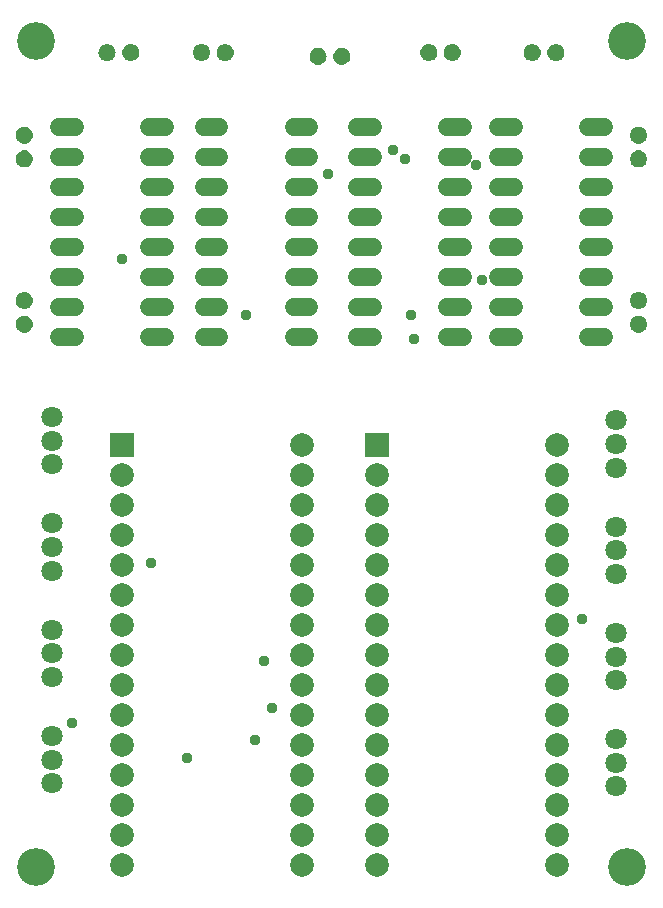
<source format=gbr>
G04 EAGLE Gerber RS-274X export*
G75*
%MOMM*%
%FSLAX34Y34*%
%LPD*%
%INSoldermask Bottom*%
%IPPOS*%
%AMOC8*
5,1,8,0,0,1.08239X$1,22.5*%
G01*
G04 Define Apertures*
%ADD10C,3.203200*%
%ADD11R,2.003200X2.003200*%
%ADD12C,2.003200*%
%ADD13C,1.524000*%
%ADD14C,1.803200*%
%ADD15C,0.959600*%
G36*
X47101Y511436D02*
X47242Y510026D01*
X47106Y508611D01*
X46696Y507249D01*
X46028Y505993D01*
X45127Y504892D01*
X44030Y503988D01*
X42777Y503315D01*
X41416Y502900D01*
X40001Y502758D01*
X38587Y502897D01*
X37228Y503309D01*
X35976Y503978D01*
X34879Y504879D01*
X33978Y505976D01*
X33309Y507228D01*
X32897Y508587D01*
X32758Y510000D01*
X32897Y511413D01*
X33309Y512771D01*
X33978Y514024D01*
X34879Y515121D01*
X35977Y516022D01*
X37229Y516691D01*
X38587Y517103D01*
X39999Y517242D01*
X41409Y517107D01*
X42767Y516698D01*
X44019Y516033D01*
X45116Y515136D01*
X46018Y514041D01*
X46688Y512792D01*
X47101Y511436D01*
G37*
G36*
X47101Y531436D02*
X47242Y530026D01*
X47106Y528611D01*
X46696Y527249D01*
X46028Y525993D01*
X45127Y524892D01*
X44030Y523988D01*
X42777Y523315D01*
X41416Y522900D01*
X40001Y522758D01*
X38587Y522897D01*
X37228Y523309D01*
X35976Y523978D01*
X34879Y524879D01*
X33978Y525976D01*
X33309Y527228D01*
X32897Y528587D01*
X32758Y530000D01*
X32897Y531413D01*
X33309Y532771D01*
X33978Y534024D01*
X34879Y535121D01*
X35977Y536022D01*
X37229Y536691D01*
X38587Y537103D01*
X39999Y537242D01*
X41409Y537107D01*
X42767Y536698D01*
X44019Y536033D01*
X45116Y535136D01*
X46018Y534041D01*
X46688Y532792D01*
X47101Y531436D01*
G37*
G36*
X47101Y651436D02*
X47242Y650026D01*
X47106Y648611D01*
X46696Y647249D01*
X46028Y645993D01*
X45127Y644892D01*
X44030Y643988D01*
X42777Y643315D01*
X41416Y642900D01*
X40001Y642758D01*
X38587Y642897D01*
X37228Y643309D01*
X35976Y643978D01*
X34879Y644879D01*
X33978Y645976D01*
X33309Y647228D01*
X32897Y648587D01*
X32758Y650000D01*
X32897Y651413D01*
X33309Y652771D01*
X33978Y654024D01*
X34879Y655121D01*
X35977Y656022D01*
X37229Y656691D01*
X38587Y657103D01*
X39999Y657242D01*
X41409Y657107D01*
X42767Y656698D01*
X44019Y656033D01*
X45116Y655136D01*
X46018Y654041D01*
X46688Y652792D01*
X47101Y651436D01*
G37*
G36*
X47101Y671436D02*
X47242Y670026D01*
X47106Y668611D01*
X46696Y667249D01*
X46028Y665993D01*
X45127Y664892D01*
X44030Y663988D01*
X42777Y663315D01*
X41416Y662900D01*
X40001Y662758D01*
X38587Y662897D01*
X37228Y663309D01*
X35976Y663978D01*
X34879Y664879D01*
X33978Y665976D01*
X33309Y667228D01*
X32897Y668587D01*
X32758Y670000D01*
X32897Y671413D01*
X33309Y672771D01*
X33978Y674024D01*
X34879Y675121D01*
X35977Y676022D01*
X37229Y676691D01*
X38587Y677103D01*
X39999Y677242D01*
X41409Y677107D01*
X42767Y676698D01*
X44019Y676033D01*
X45116Y675136D01*
X46018Y674041D01*
X46688Y672792D01*
X47101Y671436D01*
G37*
G36*
X111436Y732899D02*
X110026Y732758D01*
X108611Y732894D01*
X107249Y733304D01*
X105993Y733972D01*
X104892Y734873D01*
X103988Y735970D01*
X103315Y737223D01*
X102900Y738584D01*
X102758Y739999D01*
X102897Y741413D01*
X103309Y742772D01*
X103978Y744024D01*
X104879Y745121D01*
X105976Y746022D01*
X107228Y746691D01*
X108587Y747103D01*
X110000Y747242D01*
X111413Y747103D01*
X112771Y746691D01*
X114024Y746022D01*
X115121Y745121D01*
X116022Y744024D01*
X116691Y742771D01*
X117103Y741413D01*
X117242Y740001D01*
X117107Y738591D01*
X116698Y737233D01*
X116033Y735981D01*
X115136Y734884D01*
X114041Y733983D01*
X112792Y733312D01*
X111436Y732899D01*
G37*
G36*
X131436Y732899D02*
X130026Y732758D01*
X128611Y732894D01*
X127249Y733304D01*
X125993Y733972D01*
X124892Y734873D01*
X123988Y735970D01*
X123315Y737223D01*
X122900Y738584D01*
X122758Y739999D01*
X122897Y741413D01*
X123309Y742772D01*
X123978Y744024D01*
X124879Y745121D01*
X125976Y746022D01*
X127228Y746691D01*
X128587Y747103D01*
X130000Y747242D01*
X131413Y747103D01*
X132771Y746691D01*
X134024Y746022D01*
X135121Y745121D01*
X136022Y744024D01*
X136691Y742771D01*
X137103Y741413D01*
X137242Y740001D01*
X137107Y738591D01*
X136698Y737233D01*
X136033Y735981D01*
X135136Y734884D01*
X134041Y733983D01*
X132792Y733312D01*
X131436Y732899D01*
G37*
G36*
X191436Y732899D02*
X190026Y732758D01*
X188611Y732894D01*
X187249Y733304D01*
X185993Y733972D01*
X184892Y734873D01*
X183988Y735970D01*
X183315Y737223D01*
X182900Y738584D01*
X182758Y739999D01*
X182897Y741413D01*
X183309Y742772D01*
X183978Y744024D01*
X184879Y745121D01*
X185976Y746022D01*
X187228Y746691D01*
X188587Y747103D01*
X190000Y747242D01*
X191413Y747103D01*
X192771Y746691D01*
X194024Y746022D01*
X195121Y745121D01*
X196022Y744024D01*
X196691Y742771D01*
X197103Y741413D01*
X197242Y740001D01*
X197107Y738591D01*
X196698Y737233D01*
X196033Y735981D01*
X195136Y734884D01*
X194041Y733983D01*
X192792Y733312D01*
X191436Y732899D01*
G37*
G36*
X211436Y732899D02*
X210026Y732758D01*
X208611Y732894D01*
X207249Y733304D01*
X205993Y733972D01*
X204892Y734873D01*
X203988Y735970D01*
X203315Y737223D01*
X202900Y738584D01*
X202758Y739999D01*
X202897Y741413D01*
X203309Y742772D01*
X203978Y744024D01*
X204879Y745121D01*
X205976Y746022D01*
X207228Y746691D01*
X208587Y747103D01*
X210000Y747242D01*
X211413Y747103D01*
X212771Y746691D01*
X214024Y746022D01*
X215121Y745121D01*
X216022Y744024D01*
X216691Y742771D01*
X217103Y741413D01*
X217242Y740001D01*
X217107Y738591D01*
X216698Y737233D01*
X216033Y735981D01*
X215136Y734884D01*
X214041Y733983D01*
X212792Y733312D01*
X211436Y732899D01*
G37*
G36*
X290136Y729699D02*
X288726Y729558D01*
X287311Y729694D01*
X285949Y730104D01*
X284693Y730772D01*
X283592Y731673D01*
X282688Y732770D01*
X282015Y734023D01*
X281600Y735384D01*
X281458Y736799D01*
X281597Y738213D01*
X282009Y739572D01*
X282678Y740824D01*
X283579Y741921D01*
X284676Y742822D01*
X285928Y743491D01*
X287287Y743903D01*
X288700Y744042D01*
X290113Y743903D01*
X291471Y743491D01*
X292724Y742822D01*
X293821Y741921D01*
X294722Y740824D01*
X295391Y739571D01*
X295803Y738213D01*
X295942Y736801D01*
X295807Y735391D01*
X295398Y734033D01*
X294733Y732781D01*
X293836Y731684D01*
X292741Y730783D01*
X291492Y730112D01*
X290136Y729699D01*
G37*
G36*
X310136Y729699D02*
X308726Y729558D01*
X307311Y729694D01*
X305949Y730104D01*
X304693Y730772D01*
X303592Y731673D01*
X302688Y732770D01*
X302015Y734023D01*
X301600Y735384D01*
X301458Y736799D01*
X301597Y738213D01*
X302009Y739572D01*
X302678Y740824D01*
X303579Y741921D01*
X304676Y742822D01*
X305928Y743491D01*
X307287Y743903D01*
X308700Y744042D01*
X310113Y743903D01*
X311471Y743491D01*
X312724Y742822D01*
X313821Y741921D01*
X314722Y740824D01*
X315391Y739571D01*
X315803Y738213D01*
X315942Y736801D01*
X315807Y735391D01*
X315398Y734033D01*
X314733Y732781D01*
X313836Y731684D01*
X312741Y730783D01*
X311492Y730112D01*
X310136Y729699D01*
G37*
G36*
X383835Y732899D02*
X382425Y732758D01*
X381010Y732894D01*
X379648Y733304D01*
X378392Y733972D01*
X377291Y734873D01*
X376387Y735970D01*
X375714Y737223D01*
X375299Y738584D01*
X375157Y739999D01*
X375296Y741413D01*
X375708Y742772D01*
X376377Y744024D01*
X377278Y745121D01*
X378375Y746022D01*
X379627Y746691D01*
X380986Y747103D01*
X382399Y747242D01*
X383812Y747103D01*
X385170Y746691D01*
X386423Y746022D01*
X387520Y745121D01*
X388421Y744024D01*
X389090Y742771D01*
X389502Y741413D01*
X389641Y740001D01*
X389506Y738591D01*
X389097Y737233D01*
X388432Y735981D01*
X387535Y734884D01*
X386440Y733983D01*
X385191Y733312D01*
X383835Y732899D01*
G37*
G36*
X403835Y732899D02*
X402425Y732758D01*
X401010Y732894D01*
X399648Y733304D01*
X398392Y733972D01*
X397291Y734873D01*
X396387Y735970D01*
X395714Y737223D01*
X395299Y738584D01*
X395157Y739999D01*
X395296Y741413D01*
X395708Y742772D01*
X396377Y744024D01*
X397278Y745121D01*
X398375Y746022D01*
X399627Y746691D01*
X400986Y747103D01*
X402399Y747242D01*
X403812Y747103D01*
X405170Y746691D01*
X406423Y746022D01*
X407520Y745121D01*
X408421Y744024D01*
X409090Y742771D01*
X409502Y741413D01*
X409641Y740001D01*
X409506Y738591D01*
X409097Y737233D01*
X408432Y735981D01*
X407535Y734884D01*
X406440Y733983D01*
X405191Y733312D01*
X403835Y732899D01*
G37*
G36*
X471436Y732899D02*
X470026Y732758D01*
X468611Y732894D01*
X467249Y733304D01*
X465993Y733972D01*
X464892Y734873D01*
X463988Y735970D01*
X463315Y737223D01*
X462900Y738584D01*
X462758Y739999D01*
X462897Y741413D01*
X463309Y742772D01*
X463978Y744024D01*
X464879Y745121D01*
X465976Y746022D01*
X467228Y746691D01*
X468587Y747103D01*
X470000Y747242D01*
X471413Y747103D01*
X472771Y746691D01*
X474024Y746022D01*
X475121Y745121D01*
X476022Y744024D01*
X476691Y742771D01*
X477103Y741413D01*
X477242Y740001D01*
X477107Y738591D01*
X476698Y737233D01*
X476033Y735981D01*
X475136Y734884D01*
X474041Y733983D01*
X472792Y733312D01*
X471436Y732899D01*
G37*
G36*
X491436Y732899D02*
X490026Y732758D01*
X488611Y732894D01*
X487249Y733304D01*
X485993Y733972D01*
X484892Y734873D01*
X483988Y735970D01*
X483315Y737223D01*
X482900Y738584D01*
X482758Y739999D01*
X482897Y741413D01*
X483309Y742772D01*
X483978Y744024D01*
X484879Y745121D01*
X485976Y746022D01*
X487228Y746691D01*
X488587Y747103D01*
X490000Y747242D01*
X491413Y747103D01*
X492771Y746691D01*
X494024Y746022D01*
X495121Y745121D01*
X496022Y744024D01*
X496691Y742771D01*
X497103Y741413D01*
X497242Y740001D01*
X497107Y738591D01*
X496698Y737233D01*
X496033Y735981D01*
X495136Y734884D01*
X494041Y733983D01*
X492792Y733312D01*
X491436Y732899D01*
G37*
G36*
X552899Y508564D02*
X552758Y509974D01*
X552894Y511389D01*
X553304Y512751D01*
X553972Y514007D01*
X554873Y515108D01*
X555970Y516012D01*
X557223Y516685D01*
X558584Y517100D01*
X559999Y517242D01*
X561413Y517103D01*
X562772Y516691D01*
X564024Y516022D01*
X565121Y515121D01*
X566022Y514024D01*
X566691Y512772D01*
X567103Y511413D01*
X567242Y510000D01*
X567103Y508587D01*
X566691Y507229D01*
X566022Y505977D01*
X565121Y504879D01*
X564024Y503978D01*
X562771Y503309D01*
X561413Y502897D01*
X560001Y502758D01*
X558591Y502893D01*
X557233Y503302D01*
X555981Y503967D01*
X554884Y504864D01*
X553983Y505959D01*
X553312Y507208D01*
X552899Y508564D01*
G37*
G36*
X552899Y528564D02*
X552758Y529974D01*
X552894Y531389D01*
X553304Y532751D01*
X553972Y534007D01*
X554873Y535108D01*
X555970Y536012D01*
X557223Y536685D01*
X558584Y537100D01*
X559999Y537242D01*
X561413Y537103D01*
X562772Y536691D01*
X564024Y536022D01*
X565121Y535121D01*
X566022Y534024D01*
X566691Y532772D01*
X567103Y531413D01*
X567242Y530000D01*
X567103Y528587D01*
X566691Y527229D01*
X566022Y525977D01*
X565121Y524879D01*
X564024Y523978D01*
X562771Y523309D01*
X561413Y522897D01*
X560001Y522758D01*
X558591Y522893D01*
X557233Y523302D01*
X555981Y523967D01*
X554884Y524864D01*
X553983Y525959D01*
X553312Y527208D01*
X552899Y528564D01*
G37*
G36*
X552899Y648564D02*
X552758Y649974D01*
X552894Y651389D01*
X553304Y652751D01*
X553972Y654007D01*
X554873Y655108D01*
X555970Y656012D01*
X557223Y656685D01*
X558584Y657100D01*
X559999Y657242D01*
X561413Y657103D01*
X562772Y656691D01*
X564024Y656022D01*
X565121Y655121D01*
X566022Y654024D01*
X566691Y652772D01*
X567103Y651413D01*
X567242Y650000D01*
X567103Y648587D01*
X566691Y647229D01*
X566022Y645977D01*
X565121Y644879D01*
X564024Y643978D01*
X562771Y643309D01*
X561413Y642897D01*
X560001Y642758D01*
X558591Y642893D01*
X557233Y643302D01*
X555981Y643967D01*
X554884Y644864D01*
X553983Y645959D01*
X553312Y647208D01*
X552899Y648564D01*
G37*
G36*
X552899Y668564D02*
X552758Y669974D01*
X552894Y671389D01*
X553304Y672751D01*
X553972Y674007D01*
X554873Y675108D01*
X555970Y676012D01*
X557223Y676685D01*
X558584Y677100D01*
X559999Y677242D01*
X561413Y677103D01*
X562772Y676691D01*
X564024Y676022D01*
X565121Y675121D01*
X566022Y674024D01*
X566691Y672772D01*
X567103Y671413D01*
X567242Y670000D01*
X567103Y668587D01*
X566691Y667229D01*
X566022Y665977D01*
X565121Y664879D01*
X564024Y663978D01*
X562771Y663309D01*
X561413Y662897D01*
X560001Y662758D01*
X558591Y662893D01*
X557233Y663302D01*
X555981Y663967D01*
X554884Y664864D01*
X553983Y665959D01*
X553312Y667208D01*
X552899Y668564D01*
G37*
D10*
X550000Y750000D03*
X50000Y750000D03*
X50000Y50000D03*
X550000Y50000D03*
D11*
X122400Y407400D03*
D12*
X122400Y382000D03*
X122400Y356600D03*
X122400Y331200D03*
X122400Y305800D03*
X122400Y280400D03*
X122400Y255000D03*
X122400Y229600D03*
X122400Y204200D03*
X122400Y178800D03*
X122400Y153400D03*
X122400Y128000D03*
X122400Y102600D03*
X122400Y77200D03*
X122400Y51800D03*
X274800Y51800D03*
X274800Y77200D03*
X274800Y102600D03*
X274800Y128000D03*
X274800Y153400D03*
X274800Y178800D03*
X274800Y204200D03*
X274800Y229600D03*
X274800Y255000D03*
X274800Y280400D03*
X274800Y305800D03*
X274800Y331200D03*
X274800Y356600D03*
X274800Y382000D03*
X274800Y407400D03*
D13*
X159004Y499000D02*
X145796Y499000D01*
X145796Y524400D02*
X159004Y524400D01*
X159004Y651400D02*
X145796Y651400D01*
X145796Y676800D02*
X159004Y676800D01*
X159004Y549800D02*
X145796Y549800D01*
X145796Y575200D02*
X159004Y575200D01*
X159004Y626000D02*
X145796Y626000D01*
X145796Y600600D02*
X159004Y600600D01*
X82804Y676800D02*
X69596Y676800D01*
X69596Y651400D02*
X82804Y651400D01*
X82804Y626000D02*
X69596Y626000D01*
X69596Y600600D02*
X82804Y600600D01*
X82804Y575200D02*
X69596Y575200D01*
X69596Y549800D02*
X82804Y549800D01*
X82804Y524400D02*
X69596Y524400D01*
X69596Y499000D02*
X82804Y499000D01*
X268196Y499000D02*
X281404Y499000D01*
X281404Y524400D02*
X268196Y524400D01*
X268196Y651400D02*
X281404Y651400D01*
X281404Y676800D02*
X268196Y676800D01*
X268196Y549800D02*
X281404Y549800D01*
X281404Y575200D02*
X268196Y575200D01*
X268196Y626000D02*
X281404Y626000D01*
X281404Y600600D02*
X268196Y600600D01*
X205204Y676800D02*
X191996Y676800D01*
X191996Y651400D02*
X205204Y651400D01*
X205204Y626000D02*
X191996Y626000D01*
X191996Y600600D02*
X205204Y600600D01*
X205204Y575200D02*
X191996Y575200D01*
X191996Y549800D02*
X205204Y549800D01*
X205204Y524400D02*
X191996Y524400D01*
X191996Y499000D02*
X205204Y499000D01*
D14*
X63150Y121400D03*
X63150Y141400D03*
X63150Y161400D03*
X63150Y211400D03*
X63150Y231400D03*
X63150Y251400D03*
X63150Y301400D03*
X63150Y321400D03*
X63150Y341400D03*
X63150Y391400D03*
X63150Y411400D03*
X63150Y431400D03*
D11*
X338300Y407400D03*
D12*
X338300Y382000D03*
X338300Y356600D03*
X338300Y331200D03*
X338300Y305800D03*
X338300Y280400D03*
X338300Y255000D03*
X338300Y229600D03*
X338300Y204200D03*
X338300Y178800D03*
X338300Y153400D03*
X338300Y128000D03*
X338300Y102600D03*
X338300Y77200D03*
X338300Y51800D03*
X490700Y51800D03*
X490700Y77200D03*
X490700Y102600D03*
X490700Y128000D03*
X490700Y153400D03*
X490700Y178800D03*
X490700Y204200D03*
X490700Y229600D03*
X490700Y255000D03*
X490700Y280400D03*
X490700Y305800D03*
X490700Y331200D03*
X490700Y356600D03*
X490700Y382000D03*
X490700Y407400D03*
D13*
X411104Y499000D02*
X397896Y499000D01*
X397896Y524400D02*
X411104Y524400D01*
X411104Y651400D02*
X397896Y651400D01*
X397896Y676800D02*
X411104Y676800D01*
X411104Y549800D02*
X397896Y549800D01*
X397896Y575200D02*
X411104Y575200D01*
X411104Y626000D02*
X397896Y626000D01*
X397896Y600600D02*
X411104Y600600D01*
X334904Y676800D02*
X321696Y676800D01*
X321696Y651400D02*
X334904Y651400D01*
X334904Y626000D02*
X321696Y626000D01*
X321696Y600600D02*
X334904Y600600D01*
X334904Y575200D02*
X321696Y575200D01*
X321696Y549800D02*
X334904Y549800D01*
X334904Y524400D02*
X321696Y524400D01*
X321696Y499000D02*
X334904Y499000D01*
X517596Y499000D02*
X530804Y499000D01*
X530804Y524400D02*
X517596Y524400D01*
X517596Y651400D02*
X530804Y651400D01*
X530804Y676800D02*
X517596Y676800D01*
X517596Y549800D02*
X530804Y549800D01*
X530804Y575200D02*
X517596Y575200D01*
X517596Y626000D02*
X530804Y626000D01*
X530804Y600600D02*
X517596Y600600D01*
X454604Y676800D02*
X441396Y676800D01*
X441396Y651400D02*
X454604Y651400D01*
X454604Y626000D02*
X441396Y626000D01*
X441396Y600600D02*
X454604Y600600D01*
X454604Y575200D02*
X441396Y575200D01*
X441396Y549800D02*
X454604Y549800D01*
X454604Y524400D02*
X441396Y524400D01*
X441396Y499000D02*
X454604Y499000D01*
D14*
X541150Y428600D03*
X541150Y408600D03*
X541150Y388600D03*
X541150Y338600D03*
X541150Y318600D03*
X541150Y298600D03*
X541150Y248600D03*
X541150Y228600D03*
X541150Y208600D03*
X541150Y158600D03*
X541150Y138600D03*
X541150Y118600D03*
D15*
X147500Y307500D03*
X242500Y225000D03*
X227500Y517500D03*
X80000Y172500D03*
X177500Y142500D03*
X235000Y157500D03*
X250000Y185000D03*
X122500Y565000D03*
X362500Y650000D03*
X370000Y497500D03*
X367500Y517500D03*
X352500Y657500D03*
X297500Y637500D03*
X422500Y645000D03*
X512500Y260000D03*
X427500Y547500D03*
M02*

</source>
